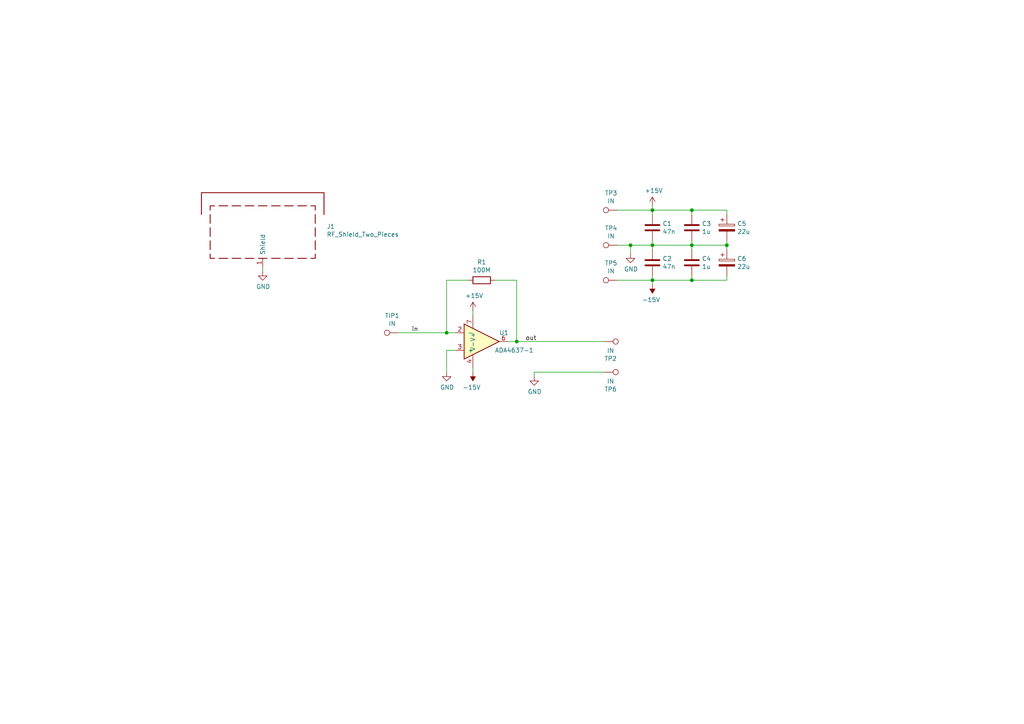
<source format=kicad_sch>
(kicad_sch (version 20231120) (generator "eeschema") (generator_version "8.0")
  (paper "A4")
  (lib_symbols
    (symbol "Connector:TestPoint" (pin_numbers hide) (pin_names (offset 0.762) hide)
      (property "Reference" "TP" (at 0 6.858 0))
      (property "Value" "TestPoint" (at 0 5.08 0))
      (symbol "TestPoint_0_1"
        (circle (center 0 3.302) (radius 0.762))
      )
      (symbol "TestPoint_1_1"
        (pin passive line (at 0 0 90) (length 2.54) (name "1") (number "1"))
      )
    )
    (symbol "Device:C" (pin_numbers hide) (pin_names (offset 0.254))
      (property "Reference" "C" (at 0.635 2.54 0))
      (property "Value" "C" (at 0.635 -2.54 0))
      (symbol "C_0_1"
        (polyline (pts (xy -2.032 -0.762) (xy 2.032 -0.762)) (stroke (width 0.508)))
        (polyline (pts (xy -2.032 0.762) (xy 2.032 0.762)) (stroke (width 0.508)))
      )
      (symbol "C_1_1"
        (pin passive line (at 0 3.81 270) (length 2.794) (name "~") (number "1"))
        (pin passive line (at 0 -3.81 90) (length 2.794) (name "~") (number "2"))
      )
    )
    (symbol "Device:R" (pin_numbers hide) (pin_names (offset 0))
      (property "Reference" "R" (at 2.032 0 90))
      (property "Value" "R" (at 0 0 90))
      (symbol "R_0_1"
        (rectangle (start -1.016 -2.54) (end 1.016 2.54) (stroke (width 0.254)))
      )
      (symbol "R_1_1"
        (pin passive line (at 0 3.81 270) (length 1.27) (name "~") (number "1"))
        (pin passive line (at 0 -3.81 90) (length 1.27) (name "~") (number "2"))
      )
    )
    (symbol "Tunnelling-Amp-rescue:+15V-power" (power) (pin_names (offset 0))
      (property "Value" "power_+15V" (at 0 3.556 0))
      (symbol "+15V-power_0_1"
        (polyline (pts (xy -0.762 1.27) (xy 0 2.54)))
        (polyline (pts (xy 0 0) (xy 0 2.54)))
        (polyline (pts (xy 0 2.54) (xy 0.762 1.27)))
      )
      (symbol "+15V-power_1_1"
        (pin power_in line (at 0 0 90) (length 0) hide (name "+15V") (number "1"))
      )
    )
    (symbol "Tunnelling-Amp-rescue:-15V-power" (power) (pin_names (offset 0))
      (property "Value" "power_-15V" (at 0 3.81 0))
      (symbol "-15V-power_0_0"
        (pin power_in line (at 0 0 90) (length 0) hide (name "-15V") (number "1"))
      )
      (symbol "-15V-power_0_1"
        (polyline (pts (xy 0 0) (xy 0 1.27) (xy 0.762 1.27) (xy 0 2.54) (xy -0.762 1.27) (xy 0 1.27)) (fill (type outline)))
      )
    )
    (symbol "Tunnelling-Amp-rescue:CP-Device" (pin_numbers hide) (pin_names (offset 0.254))
      (property "Reference" "C" (at 0.635 2.54 0))
      (property "Value" "Device_CP" (at 0.635 -2.54 0))
      (symbol "CP-Device_0_1"
        (rectangle (start -2.286 0.508) (end 2.286 1.016))
        (polyline (pts (xy -1.778 2.286) (xy -0.762 2.286)))
        (polyline (pts (xy -1.27 2.794) (xy -1.27 1.778)))
        (rectangle (start 2.286 -0.508) (end -2.286 -1.016) (fill (type outline)))
      )
      (symbol "CP-Device_1_1"
        (pin passive line (at 0 3.81 270) (length 2.794) (name "~") (number "1"))
        (pin passive line (at 0 -3.81 90) (length 2.794) (name "~") (number "2"))
      )
    )
    (symbol "Tunnelling-Amp-rescue:GND-power" (power) (pin_names (offset 0))
      (property "Value" "power_GND" (at 0 -3.81 0))
      (symbol "GND-power_0_1"
        (polyline (pts (xy 0 0) (xy 0 -1.27) (xy 1.27 -1.27) (xy 0 -2.54) (xy -1.27 -1.27) (xy 0 -1.27)))
      )
      (symbol "GND-power_1_1"
        (pin power_in line (at 0 0 270) (length 0) hide (name "GND") (number "1"))
      )
    )
    (symbol "Tunnelling-Amp-rescue:RF_Shield_Two_Pieces-Device" (pin_names (offset 1.016))
      (property "Reference" "J" (at 0 5.08 0))
      (property "Value" "Device_RF_Shield_Two_Pieces" (at 0 2.54 0))
      (symbol "RF_Shield_Two_Pieces-Device_0_1"
        (polyline (pts (xy -15.24 -5.08) (xy -15.24 -2.54)) (stroke (width 0.254)))
        (polyline (pts (xy -15.24 -1.27) (xy -15.24 1.27)) (stroke (width 0.254)))
        (polyline (pts (xy -15.24 2.54) (xy -15.24 5.08)) (stroke (width 0.254)))
        (polyline (pts (xy -12.7 7.62) (xy -10.16 7.62)) (stroke (width 0.254)))
        (polyline (pts (xy -10.16 -7.62) (xy -12.7 -7.62)) (stroke (width 0.254)))
        (polyline (pts (xy -6.35 -7.62) (xy -8.89 -7.62)) (stroke (width 0.254)))
        (polyline (pts (xy -6.35 7.62) (xy -8.89 7.62)) (stroke (width 0.254)))
        (polyline (pts (xy -2.54 -7.62) (xy -5.08 -7.62)) (stroke (width 0.254)))
        (polyline (pts (xy -2.54 7.62) (xy -5.08 7.62)) (stroke (width 0.254)))
        (polyline (pts (xy -1.27 -7.62) (xy 1.27 -7.62)) (stroke (width 0.254)))
        (polyline (pts (xy 1.27 7.62) (xy -1.27 7.62)) (stroke (width 0.254)))
        (polyline (pts (xy 2.54 -7.62) (xy 5.08 -7.62)) (stroke (width 0.254)))
        (polyline (pts (xy 5.08 7.62) (xy 2.54 7.62)) (stroke (width 0.254)))
        (polyline (pts (xy 6.35 -7.62) (xy 8.89 -7.62)) (stroke (width 0.254)))
        (polyline (pts (xy 8.89 7.62) (xy 6.35 7.62)) (stroke (width 0.254)))
        (polyline (pts (xy 10.16 -7.62) (xy 12.7 -7.62)) (stroke (width 0.254)))
        (polyline (pts (xy 12.7 7.62) (xy 10.16 7.62)) (stroke (width 0.254)))
        (polyline (pts (xy 15.24 -5.08) (xy 15.24 -2.54)) (stroke (width 0.254)))
        (polyline (pts (xy 15.24 -1.27) (xy 15.24 1.27)) (stroke (width 0.254)))
        (polyline (pts (xy 15.24 2.54) (xy 15.24 5.08)) (stroke (width 0.254)))
        (polyline (pts (xy -15.24 6.35) (xy -15.24 7.62) (xy -13.97 7.62)) (stroke (width 0.254)))
        (polyline (pts (xy -13.97 -7.62) (xy -15.24 -7.62) (xy -15.24 -6.35)) (stroke (width 0.254)))
        (polyline (pts (xy 13.97 -7.62) (xy 15.24 -7.62) (xy 15.24 -6.35)) (stroke (width 0.254)))
        (polyline (pts (xy 15.24 6.35) (xy 15.24 7.62) (xy 13.97 7.62)) (stroke (width 0.254)))
        (polyline (pts (xy -17.78 5.08) (xy -17.78 11.43) (xy 17.78 11.43) (xy 17.78 5.08)) (stroke (width 0.254)))
      )
      (symbol "RF_Shield_Two_Pieces-Device_1_1"
        (pin passive line (at 0 -10.16 90) (length 2.54) (name "Shield") (number "1"))
      )
    )
    (symbol "custom:ADA4627-1" (pin_names (offset 1.016))
      (property "Reference" "U" (at 8.89 3.81 0))
      (property "Value" "ADA4627-1" (at 8.89 -3.81 0))
      (symbol "ADA4627-1_1_1"
        (polyline (pts (xy -5.08 5.08) (xy 5.08 0) (xy -5.08 -5.08) (xy -5.08 5.08)) (stroke (width 0.254)) (fill (type background)))
        (pin input line (at -7.62 2.54 0) (length 2.54) (name "-") (number "2"))
        (pin input line (at -7.62 -2.54 0) (length 2.54) (name "+") (number "3"))
        (pin power_in line (at -2.54 -7.62 90) (length 3.81) (name "V-") (number "4"))
        (pin output line (at 7.62 0 180) (length 2.54) (name "~") (number "6"))
        (pin power_in line (at -2.54 7.62 270) (length 3.81) (name "V+") (number "7"))
      )
    )
  )
  (junction (at 200.66 60.96))
  (junction (at 200.66 81.28))
  (junction (at 182.88 71.12))
  (junction (at 200.66 71.12))
  (junction (at 149.86 99.06))
  (junction (at 210.82 71.12))
  (junction (at 189.23 81.28))
  (junction (at 189.23 71.12))
  (junction (at 189.23 60.96))
  (junction (at 129.54 96.52))
  (wire (pts (xy 129.54 96.52) (xy 129.54 81.28)))
  (wire (pts (xy 200.66 80.01) (xy 200.66 81.28)))
  (wire (pts (xy 129.54 81.28) (xy 135.89 81.28)))
  (wire (pts (xy 189.23 62.23) (xy 189.23 60.96)))
  (wire (pts (xy 210.82 80.01) (xy 210.82 81.28)))
  (wire (pts (xy 189.23 59.69) (xy 189.23 60.96)))
  (wire (pts (xy 149.86 99.06) (xy 147.32 99.06)))
  (wire (pts (xy 182.88 71.12) (xy 179.07 71.12)))
  (wire (pts (xy 200.66 60.96) (xy 210.82 60.96)))
  (wire (pts (xy 210.82 69.85) (xy 210.82 71.12)))
  (wire (pts (xy 179.07 81.28) (xy 189.23 81.28)))
  (wire (pts (xy 210.82 60.96) (xy 210.82 62.23)))
  (wire (pts (xy 137.16 90.17) (xy 137.16 91.44)))
  (wire (pts (xy 132.08 96.52) (xy 129.54 96.52)))
  (wire (pts (xy 179.07 60.96) (xy 189.23 60.96)))
  (wire (pts (xy 210.82 71.12) (xy 200.66 71.12)))
  (wire (pts (xy 129.54 96.52) (xy 115.57 96.52)))
  (wire (pts (xy 154.94 107.95) (xy 175.26 107.95)))
  (wire (pts (xy 200.66 71.12) (xy 200.66 72.39)))
  (wire (pts (xy 76.2 78.74) (xy 76.2 77.47)))
  (wire (pts (xy 200.66 69.85) (xy 200.66 71.12)))
  (wire (pts (xy 149.86 81.28) (xy 149.86 99.06)))
  (wire (pts (xy 189.23 72.39) (xy 189.23 71.12)))
  (wire (pts (xy 210.82 71.12) (xy 210.82 72.39)))
  (wire (pts (xy 149.86 99.06) (xy 175.26 99.06)))
  (wire (pts (xy 129.54 101.6) (xy 129.54 107.95)))
  (wire (pts (xy 189.23 71.12) (xy 189.23 69.85)))
  (wire (pts (xy 210.82 81.28) (xy 200.66 81.28)))
  (wire (pts (xy 189.23 81.28) (xy 189.23 80.01)))
  (wire (pts (xy 189.23 71.12) (xy 182.88 71.12)))
  (wire (pts (xy 200.66 81.28) (xy 189.23 81.28)))
  (wire (pts (xy 132.08 101.6) (xy 129.54 101.6)))
  (wire (pts (xy 189.23 82.55) (xy 189.23 81.28)))
  (wire (pts (xy 189.23 60.96) (xy 200.66 60.96)))
  (wire (pts (xy 200.66 60.96) (xy 200.66 62.23)))
  (wire (pts (xy 137.16 107.95) (xy 137.16 106.68)))
  (wire (pts (xy 200.66 71.12) (xy 189.23 71.12)))
  (wire (pts (xy 182.88 71.12) (xy 182.88 73.66)))
  (wire (pts (xy 154.94 109.22) (xy 154.94 107.95)))
  (wire (pts (xy 143.51 81.28) (xy 149.86 81.28)))
  (label "out" (at 152.4 99.06 0))
  (label "in" (at 119.38 96.52 0))
  (symbol (lib_id "custom:ADA4627-1") (at 139.7 99.06 0) (unit 1)
    (property "Reference" "U1" (at 144.78 96.52 0) (effects (justify left)))
    (property "Value" "ADA4637-1" (at 143.51 101.6 0) (effects (justify left)))
    (property "Footprint" "custom:SOIC-8_3.9x4.9mm_P1.27mm" (effects (hide yes)))
    (property "Digikey" "ADA4637-1ARZ-ND" (effects (hide yes)))
  )
  (symbol (lib_id "Device:C") (at 189.23 66.04 0) (unit 1)
    (property "Reference" "C1" (at 192.151 64.8716 0) (effects (justify left)))
    (property "Value" "47n" (at 192.151 67.183 0) (effects (justify left)))
    (property "Footprint" "Capacitor_SMD:C_0603_1608Metric_Pad1.05x0.95mm_HandSolder" (effects (hide yes)))
    (property "Reichelt" "KEM X7R0603 47N" (effects (hide yes)))
  )
  (symbol (lib_id "Device:R") (at 139.7 81.28 270) (unit 1)
    (property "Reference" "R1" (at 139.7 76.0222 90))
    (property "Value" "100M" (at 139.7 78.3336 90))
    (property "Footprint" "Resistor_SMD:R_1206_3216Metric_Pad1.42x1.75mm_HandSolder" (effects (hide yes)))
    (property "Digikey" "541-100MALCT-ND" (effects (hide yes)))
  )
  (symbol (lib_id "Tunnelling-Amp-rescue:+15V-power") (at 137.16 90.17 0) (unit 1)
    (property "Reference" "#PWR02" (effects (hide yes)))
    (property "Value" "+15V" (at 137.541 85.7758 0))
  )
  (symbol (lib_id "Tunnelling-Amp-rescue:-15V-power") (at 137.16 107.95 180) (unit 1)
    (property "Reference" "#PWR03" (effects (hide yes)))
    (property "Value" "-15V" (at 136.779 112.3442 0))
  )
  (symbol (lib_id "Tunnelling-Amp-rescue:GND-power") (at 129.54 107.95 0) (unit 1)
    (property "Reference" "#PWR01" (effects (hide yes)))
    (property "Value" "GND" (at 129.667 112.3442 0))
  )
  (symbol (lib_id "Device:C") (at 200.66 66.04 0) (unit 1)
    (property "Reference" "C3" (at 203.581 64.8716 0) (effects (justify left)))
    (property "Value" "1u" (at 203.581 67.183 0) (effects (justify left)))
    (property "Footprint" "Capacitor_SMD:C_0805_2012Metric_Pad1.15x1.40mm_HandSolder" (effects (hide yes)))
    (property "Reichelt" "X7R-G0805 1,0/50" (effects (hide yes)))
  )
  (symbol (lib_id "Tunnelling-Amp-rescue:-15V-power") (at 189.23 82.55 180) (unit 1)
    (property "Reference" "#PWR07" (effects (hide yes)))
    (property "Value" "-15V" (at 188.849 86.9442 0))
  )
  (symbol (lib_id "Tunnelling-Amp-rescue:+15V-power") (at 189.23 59.69 0) (unit 1)
    (property "Reference" "#PWR06" (effects (hide yes)))
    (property "Value" "+15V" (at 189.611 55.2958 0))
  )
  (symbol (lib_id "Tunnelling-Amp-rescue:GND-power") (at 182.88 73.66 0) (unit 1)
    (property "Reference" "#PWR05" (effects (hide yes)))
    (property "Value" "GND" (at 183.007 78.0542 0))
  )
  (symbol (lib_id "Connector:TestPoint") (at 115.57 96.52 90) (unit 1)
    (property "Reference" "TIP1" (at 113.7412 91.567 90))
    (property "Value" "IN" (at 113.7412 93.8784 90))
    (property "Footprint" "TestPoint:TestPoint_Pad_2.5x2.5mm" (effects (hide yes)))
  )
  (symbol (lib_id "Tunnelling-Amp-rescue:CP-Device") (at 210.82 66.04 0) (unit 1)
    (property "Reference" "C5" (at 213.8172 64.8716 0) (effects (justify left)))
    (property "Value" "22u" (at 213.8172 67.183 0) (effects (justify left)))
    (property "Footprint" "Capacitor_SMD:CP_Elec_6.3x5.4" (effects (hide yes)))
    (property "Reichelt" "ELN RV2-35V220MU" (effects (hide yes)))
  )
  (symbol (lib_id "Device:C") (at 189.23 76.2 0) (unit 1)
    (property "Reference" "C2" (at 192.151 75.0316 0) (effects (justify left)))
    (property "Value" "47n" (at 192.151 77.343 0) (effects (justify left)))
    (property "Footprint" "Capacitor_SMD:C_0603_1608Metric_Pad1.05x0.95mm_HandSolder" (effects (hide yes)))
    (property "Reichelt" "KEM X7R0603 47N" (effects (hide yes)))
  )
  (symbol (lib_id "Device:C") (at 200.66 76.2 0) (unit 1)
    (property "Reference" "C4" (at 203.581 75.0316 0) (effects (justify left)))
    (property "Value" "1u" (at 203.581 77.343 0) (effects (justify left)))
    (property "Footprint" "Capacitor_SMD:C_0805_2012Metric_Pad1.15x1.40mm_HandSolder" (effects (hide yes)))
    (property "Reichelt" "X7R-G0805 1,0/50" (effects (hide yes)))
  )
  (symbol (lib_id "Tunnelling-Amp-rescue:CP-Device") (at 210.82 76.2 0) (unit 1)
    (property "Reference" "C6" (at 213.8172 75.0316 0) (effects (justify left)))
    (property "Value" "22u" (at 213.8172 77.343 0) (effects (justify left)))
    (property "Footprint" "Capacitor_SMD:CP_Elec_6.3x5.4" (effects (hide yes)))
    (property "Reichelt" "ELN RV2-35V220MU" (effects (hide yes)))
  )
  (symbol (lib_id "Tunnelling-Amp-rescue:RF_Shield_Two_Pieces-Device") (at 76.2 67.31 0) (unit 1)
    (property "Reference" "J1" (at 94.742 65.6844 0) (effects (justify left)))
    (property "Value" "RF_Shield_Two_Pieces" (at 94.742 67.9958 0) (effects (justify left)))
    (property "Footprint" "RF_Shielding:Laird_Technologies_BMI-S-101_13.66x12.70mm" (effects (hide yes)))
    (property "Digikey" "903-1006-1-ND" (effects (hide yes)))
  )
  (symbol (lib_id "Tunnelling-Amp-rescue:GND-power") (at 76.2 78.74 0) (unit 1)
    (property "Reference" "#PWR0101" (effects (hide yes)))
    (property "Value" "GND" (at 76.327 83.1342 0))
  )
  (symbol (lib_id "Connector:TestPoint") (at 179.07 60.96 90) (unit 1)
    (property "Reference" "TP3" (at 177.2412 56.007 90))
    (property "Value" "IN" (at 177.2412 58.3184 90))
    (property "Footprint" "TestPoint:TestPoint_Pad_D3.0mm" (effects (hide yes)))
  )
  (symbol (lib_id "Connector:TestPoint") (at 179.07 71.12 90) (unit 1)
    (property "Reference" "TP4" (at 177.2412 66.167 90))
    (property "Value" "IN" (at 177.2412 68.4784 90))
    (property "Footprint" "TestPoint:TestPoint_Pad_D3.0mm" (effects (hide yes)))
  )
  (symbol (lib_id "Connector:TestPoint") (at 179.07 81.28 90) (unit 1)
    (property "Reference" "TP5" (at 177.2412 76.327 90))
    (property "Value" "IN" (at 177.2412 78.6384 90))
    (property "Footprint" "TestPoint:TestPoint_Pad_D3.0mm" (effects (hide yes)))
  )
  (symbol (lib_id "Connector:TestPoint") (at 175.26 99.06 270) (unit 1)
    (property "Reference" "TP2" (at 177.0888 104.013 90))
    (property "Value" "IN" (at 177.0888 101.7016 90))
    (property "Footprint" "TestPoint:TestPoint_Pad_D3.0mm" (effects (hide yes)))
  )
  (symbol (lib_id "Connector:TestPoint") (at 175.26 107.95 270) (unit 1)
    (property "Reference" "TP6" (at 177.0888 112.903 90))
    (property "Value" "IN" (at 177.0888 110.5916 90))
    (property "Footprint" "TestPoint:TestPoint_Pad_D3.0mm" (effects (hide yes)))
  )
  (symbol (lib_id "Tunnelling-Amp-rescue:GND-power") (at 154.94 109.22 0) (unit 1)
    (property "Reference" "#PWR0102" (effects (hide yes)))
    (property "Value" "GND" (at 155.067 113.6142 0))
  )
)
</source>
